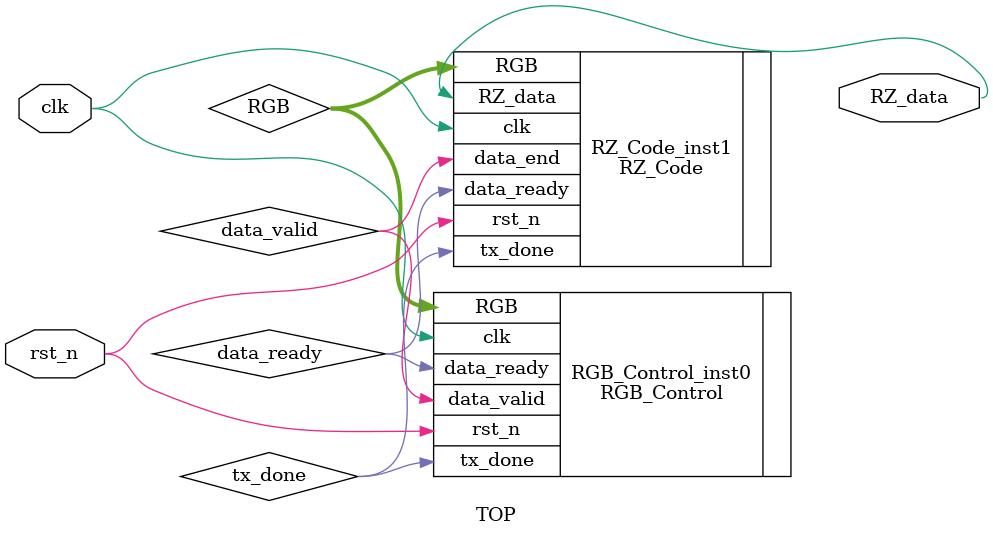
<source format=v>
module TOP(
	input	clk,
	input	rst_n,
	output 	RZ_data
);
//-------------------------------//
wire 	data_ready;
wire 	data_valid;
wire 	[23:0]	RGB;
wire 	tx_done;
//-------------------------------//

//-------------------------------//
RGB_Control			RGB_Control_inst0(
	.clk			(clk),
	.rst_n			(rst_n),
	.tx_done		(tx_done),
	.data_ready		(data_ready),
	.data_valid		(data_valid),
	.RGB			(RGB)
);
//-------------------------------//
RZ_Code				RZ_Code_inst1(
	.clk			(clk),
	.rst_n			(rst_n),
	.data_ready		(data_ready),
	.data_end		(data_valid),		
	.RGB			(RGB),
	.RZ_data		(RZ_data),	
	.tx_done		(tx_done)
);

endmodule

</source>
